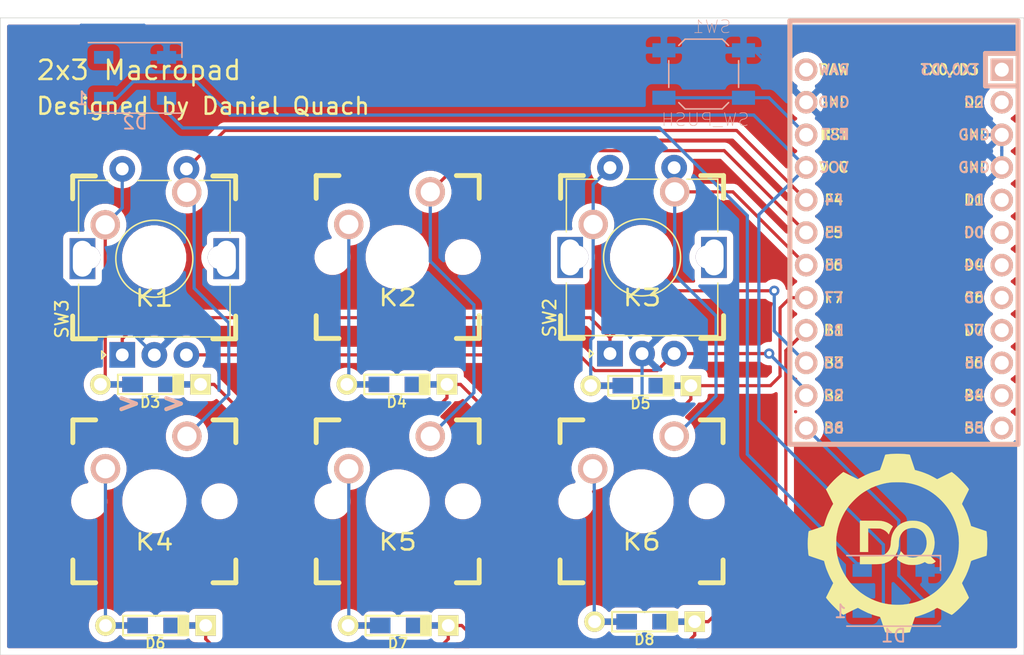
<source format=kicad_pcb>
(kicad_pcb (version 20171130) (host pcbnew "(5.1.5)-3")
  (layers (0 F.Cu signal) (31 B.Cu signal) (34 B.Paste user) (35 F.Paste user) (36 B.SilkS user) (37 F.SilkS user) (38 B.Mask user) (39 F.Mask user) (44 Edge.Cuts user))
  (net 0 "")
  (net 1 VCC)
  (net 2 "Net-(D1-Pad2)")
  (net 3 "Net-(D1-Pad4)")
  (net 4 GND)
  (net 5 "Net-(D2-Pad2)")
  (net 6 "Net-(D3-Pad2)")
  (net 7 row0)
  (net 8 row1)
  (net 9 "Net-(D4-Pad2)")
  (net 10 "Net-(D5-Pad2)")
  (net 11 "Net-(D6-Pad2)")
  (net 12 "Net-(D7-Pad2)")
  (net 13 "Net-(D8-Pad2)")
  (net 14 col0)
  (net 15 col1)
  (net 16 col2)
  (net 17 "Net-(SW1-Pad2)")
  (net 18 B1)
  (net 19 A1)
  (net 20 "Net-(U1-Pad1)")
  (net 21 "Net-(U1-Pad2)")
  (net 22 "Net-(U1-Pad5)")
  (net 23 "Net-(U1-Pad6)")
  (net 24 "Net-(U1-Pad7)")
  (net 25 "Net-(U1-Pad8)")
  (net 26 "Net-(U1-Pad9)")
  (net 27 "Net-(U1-Pad10)")
  (net 28 "Net-(U1-Pad11)")
  (net 29 "Net-(U1-Pad12)")
  (net 30 "Net-(U1-Pad24)")
  (module Button_Switch_SMD:SW_SPST_SKQG_WithoutStem (layer B.Cu) (at 113.3 119.4 180)
    (fp_text reference SW1 (at -0.63596 3.68852) (layer B.SilkS) (effects (font (size 1.0015 1.0015) (thickness 0.05)) (justify mirror)))
    (fp_text value SW_PUSH (at -0.12701 -3.55627) (layer B.SilkS) (effects (font (size 1.00008 1.00008) (thickness 0.05)) (justify mirror)))
    (pad 2 smd rect (at 3.1 -1.85 180) (size 1.8 1.1) (layers B.Cu B.Paste B.Mask) (net 17 "Net-(SW1-Pad2)"))
    (pad 2 smd rect (at -3.1 -1.85 180) (size 1.8 1.1) (layers B.Cu B.Paste B.Mask) (net 17 "Net-(SW1-Pad2)"))
    (pad 1 smd rect (at 3.1 1.85 180) (size 1.8 1.1) (layers B.Cu B.Paste B.Mask) (net 4 GND))
    (pad 1 smd rect (at -3.1 1.85 180) (size 1.8 1.1) (layers B.Cu B.Paste B.Mask) (net 4 GND))
  )
  (module prints:dq_logo_14x14mm (layer F.Cu) (at 128.4 156)
    (fp_text reference G*** hide)
    (fp_text value LOGO hide)
  )
  (module Rotary_Encoder:RotaryEncoder_Alps_EC11E-Switch_Vertical_H20mm (layer F.Cu) (at 68 141.3 90)
    (fp_text reference SW3 (at 2.8 -4.7 90) (layer F.SilkS))
    (fp_text value Rotary_Encoder_Switch)
    (pad A thru_hole rect (at 0 0 90) (size 2 2) (drill 1) (layers *.Cu *.Mask) (net 19 A1))
    (pad C thru_hole circle (at 0 2.5 90) (size 2 2) (drill 1) (layers *.Cu *.Mask) (net 4 GND))
    (pad B thru_hole circle (at 0 5 90) (size 2 2) (drill 1) (layers *.Cu *.Mask) (net 18 B1))
    (pad MP thru_hole rect (at 7.5 -3.1 90) (size 3.2 2) (drill oval 2.8 1.5) (layers *.Cu *.Mask))
    (pad MP thru_hole rect (at 7.5 8.1 90) (size 3.2 2) (drill oval 2.8 1.5) (layers *.Cu *.Mask))
    (pad S2 thru_hole circle (at 14.5 0 90) (size 2 2) (drill 1) (layers *.Cu *.Mask) (net 6 "Net-(D3-Pad2)"))
    (pad S1 thru_hole circle (at 14.5 5 90) (size 2 2) (drill 1) (layers *.Cu *.Mask) (net 14 col0))
  )
  (module LED_SMD:LED_WS2812B_PLCC4_5.0x5.0mm_P3.2mm (layer B.Cu) (at 128.1 159.7)
    (fp_text reference D1 (at 0 3.5) (layer B.SilkS) (effects (justify mirror)))
    (fp_text value WS2812B)
    (fp_text user 1 (at -4.15 1.6) (layer B.SilkS) (effects (justify mirror)))
    (pad 1 smd rect (at -2.45 1.6) (size 1.5 1) (layers B.Cu B.Paste B.Mask) (net 1 VCC))
    (pad 2 smd rect (at -2.45 -1.6) (size 1.5 1) (layers B.Cu B.Paste B.Mask) (net 2 "Net-(D1-Pad2)"))
    (pad 4 smd rect (at 2.45 1.6) (size 1.5 1) (layers B.Cu B.Paste B.Mask) (net 3 "Net-(D1-Pad4)"))
    (pad 3 smd rect (at 2.45 -1.6) (size 1.5 1) (layers B.Cu B.Paste B.Mask) (net 4 GND))
  )
  (module LED_SMD:LED_WS2812B_PLCC4_5.0x5.0mm_P3.2mm (layer B.Cu) (at 69 119.7)
    (fp_text reference D2 (at 0 3.5) (layer B.SilkS) (effects (justify mirror)))
    (fp_text value WS2812B)
    (fp_text user 1 (at -4.15 1.6) (layer B.SilkS) (effects (justify mirror)))
    (pad 3 smd rect (at 2.45 -1.6) (size 1.5 1) (layers B.Cu B.Paste B.Mask) (net 4 GND))
    (pad 4 smd rect (at 2.45 1.6) (size 1.5 1) (layers B.Cu B.Paste B.Mask) (net 2 "Net-(D1-Pad2)"))
    (pad 2 smd rect (at -2.45 -1.6) (size 1.5 1) (layers B.Cu B.Paste B.Mask) (net 5 "Net-(D2-Pad2)"))
    (pad 1 smd rect (at -2.45 1.6) (size 1.5 1) (layers B.Cu B.Paste B.Mask) (net 1 VCC))
  )
  (module Keebio-Parts:Diode-dual (layer F.Cu) (at 70.2 143.6)
    (fp_text reference D3 (at -0.0254 1.4) (layer F.SilkS) (effects (font (size 0.8 0.8))))
    (fp_text value D_Small hide)
    (pad 2 smd rect (at -2.5 0) (size 2.9 0.5) (layers B.Cu) (net 6 "Net-(D3-Pad2)"))
    (pad 2 smd rect (at -1.4 0) (size 1.6 1.2) (layers B.Cu B.Paste B.Mask) (net 6 "Net-(D3-Pad2)"))
    (pad 1 smd rect (at 1.4 0) (size 1.6 1.2) (layers B.Cu B.Paste B.Mask) (net 7 row0))
    (pad 1 smd rect (at 2.5 0) (size 2.9 0.5) (layers B.Cu) (net 7 row0))
    (pad 1 smd rect (at 1.4 0) (size 1.6 1.2) (layers F.Cu F.Paste F.Mask) (net 7 row0))
    (pad 2 smd rect (at -1.4 0) (size 1.6 1.2) (layers F.Cu F.Paste F.Mask) (net 6 "Net-(D3-Pad2)"))
    (pad 2 thru_hole circle (at -3.9 0) (size 1.6 1.6) (drill 1) (layers *.Cu *.Mask F.SilkS) (net 6 "Net-(D3-Pad2)"))
    (pad 1 thru_hole rect (at 3.9 0) (size 1.6 1.6) (drill 1) (layers *.Cu *.Mask F.SilkS) (net 7 row0))
    (pad 2 smd rect (at -2.5 0) (size 2.9 0.5) (layers F.Cu) (net 6 "Net-(D3-Pad2)"))
    (pad 1 smd rect (at 2.5 0) (size 2.9 0.5) (layers F.Cu) (net 7 row0))
  )
  (module Keebio-Parts:Diode-dual (layer F.Cu) (at 70.6 162.4)
    (fp_text reference D6 (at -0.0254 1.4) (layer F.SilkS) (effects (font (size 0.8 0.8))))
    (fp_text value D_Small hide)
    (pad 1 smd rect (at 2.5 0) (size 2.9 0.5) (layers F.Cu) (net 8 row1))
    (pad 2 smd rect (at -2.5 0) (size 2.9 0.5) (layers F.Cu) (net 11 "Net-(D6-Pad2)"))
    (pad 1 thru_hole rect (at 3.9 0) (size 1.6 1.6) (drill 1) (layers *.Cu *.Mask F.SilkS) (net 8 row1))
    (pad 2 thru_hole circle (at -3.9 0) (size 1.6 1.6) (drill 1) (layers *.Cu *.Mask F.SilkS) (net 11 "Net-(D6-Pad2)"))
    (pad 2 smd rect (at -1.4 0) (size 1.6 1.2) (layers F.Cu F.Paste F.Mask) (net 11 "Net-(D6-Pad2)"))
    (pad 1 smd rect (at 1.4 0) (size 1.6 1.2) (layers F.Cu F.Paste F.Mask) (net 8 row1))
    (pad 1 smd rect (at 2.5 0) (size 2.9 0.5) (layers B.Cu) (net 8 row1))
    (pad 1 smd rect (at 1.4 0) (size 1.6 1.2) (layers B.Cu B.Paste B.Mask) (net 8 row1))
    (pad 2 smd rect (at -1.4 0) (size 1.6 1.2) (layers B.Cu B.Paste B.Mask) (net 11 "Net-(D6-Pad2)"))
    (pad 2 smd rect (at -2.5 0) (size 2.9 0.5) (layers B.Cu) (net 11 "Net-(D6-Pad2)"))
  )
  (module Keebio-Parts:Diode-dual (layer F.Cu) (at 89.4 143.6)
    (fp_text reference D4 (at -0.0254 1.4) (layer F.SilkS) (effects (font (size 0.8 0.8))))
    (fp_text value D_Small hide)
    (pad 2 smd rect (at -2.5 0) (size 2.9 0.5) (layers B.Cu) (net 9 "Net-(D4-Pad2)"))
    (pad 2 smd rect (at -1.4 0) (size 1.6 1.2) (layers B.Cu B.Paste B.Mask) (net 9 "Net-(D4-Pad2)"))
    (pad 1 smd rect (at 1.4 0) (size 1.6 1.2) (layers B.Cu B.Paste B.Mask) (net 7 row0))
    (pad 1 smd rect (at 2.5 0) (size 2.9 0.5) (layers B.Cu) (net 7 row0))
    (pad 1 smd rect (at 1.4 0) (size 1.6 1.2) (layers F.Cu F.Paste F.Mask) (net 7 row0))
    (pad 2 smd rect (at -1.4 0) (size 1.6 1.2) (layers F.Cu F.Paste F.Mask) (net 9 "Net-(D4-Pad2)"))
    (pad 2 thru_hole circle (at -3.9 0) (size 1.6 1.6) (drill 1) (layers *.Cu *.Mask F.SilkS) (net 9 "Net-(D4-Pad2)"))
    (pad 1 thru_hole rect (at 3.9 0) (size 1.6 1.6) (drill 1) (layers *.Cu *.Mask F.SilkS) (net 7 row0))
    (pad 2 smd rect (at -2.5 0) (size 2.9 0.5) (layers F.Cu) (net 9 "Net-(D4-Pad2)"))
    (pad 1 smd rect (at 2.5 0) (size 2.9 0.5) (layers F.Cu) (net 7 row0))
  )
  (module Keebio-Parts:Diode-dual (layer F.Cu) (at 89.5 162.4)
    (fp_text reference D7 (at -0.0254 1.4) (layer F.SilkS) (effects (font (size 0.8 0.8))))
    (fp_text value D_Small hide)
    (pad 1 smd rect (at 2.5 0) (size 2.9 0.5) (layers F.Cu) (net 8 row1))
    (pad 2 smd rect (at -2.5 0) (size 2.9 0.5) (layers F.Cu) (net 12 "Net-(D7-Pad2)"))
    (pad 1 thru_hole rect (at 3.9 0) (size 1.6 1.6) (drill 1) (layers *.Cu *.Mask F.SilkS) (net 8 row1))
    (pad 2 thru_hole circle (at -3.9 0) (size 1.6 1.6) (drill 1) (layers *.Cu *.Mask F.SilkS) (net 12 "Net-(D7-Pad2)"))
    (pad 2 smd rect (at -1.4 0) (size 1.6 1.2) (layers F.Cu F.Paste F.Mask) (net 12 "Net-(D7-Pad2)"))
    (pad 1 smd rect (at 1.4 0) (size 1.6 1.2) (layers F.Cu F.Paste F.Mask) (net 8 row1))
    (pad 1 smd rect (at 2.5 0) (size 2.9 0.5) (layers B.Cu) (net 8 row1))
    (pad 1 smd rect (at 1.4 0) (size 1.6 1.2) (layers B.Cu B.Paste B.Mask) (net 8 row1))
    (pad 2 smd rect (at -1.4 0) (size 1.6 1.2) (layers B.Cu B.Paste B.Mask) (net 12 "Net-(D7-Pad2)"))
    (pad 2 smd rect (at -2.5 0) (size 2.9 0.5) (layers B.Cu) (net 12 "Net-(D7-Pad2)"))
  )
  (module Keebio-Parts:Diode-dual (layer F.Cu) (at 108.4 143.7)
    (fp_text reference D5 (at -0.0254 1.4) (layer F.SilkS) (effects (font (size 0.8 0.8))))
    (fp_text value D_Small hide)
    (pad 2 smd rect (at -2.5 0) (size 2.9 0.5) (layers B.Cu) (net 10 "Net-(D5-Pad2)"))
    (pad 2 smd rect (at -1.4 0) (size 1.6 1.2) (layers B.Cu B.Paste B.Mask) (net 10 "Net-(D5-Pad2)"))
    (pad 1 smd rect (at 1.4 0) (size 1.6 1.2) (layers B.Cu B.Paste B.Mask) (net 7 row0))
    (pad 1 smd rect (at 2.5 0) (size 2.9 0.5) (layers B.Cu) (net 7 row0))
    (pad 1 smd rect (at 1.4 0) (size 1.6 1.2) (layers F.Cu F.Paste F.Mask) (net 7 row0))
    (pad 2 smd rect (at -1.4 0) (size 1.6 1.2) (layers F.Cu F.Paste F.Mask) (net 10 "Net-(D5-Pad2)"))
    (pad 2 thru_hole circle (at -3.9 0) (size 1.6 1.6) (drill 1) (layers *.Cu *.Mask F.SilkS) (net 10 "Net-(D5-Pad2)"))
    (pad 1 thru_hole rect (at 3.9 0) (size 1.6 1.6) (drill 1) (layers *.Cu *.Mask F.SilkS) (net 7 row0))
    (pad 2 smd rect (at -2.5 0) (size 2.9 0.5) (layers F.Cu) (net 10 "Net-(D5-Pad2)"))
    (pad 1 smd rect (at 2.5 0) (size 2.9 0.5) (layers F.Cu) (net 7 row0))
  )
  (module Keebio-Parts:Diode-dual (layer F.Cu) (at 108.7 162.1)
    (fp_text reference D8 (at -0.0254 1.4) (layer F.SilkS) (effects (font (size 0.8 0.8))))
    (fp_text value D_Small hide)
    (pad 1 smd rect (at 2.5 0) (size 2.9 0.5) (layers F.Cu) (net 8 row1))
    (pad 2 smd rect (at -2.5 0) (size 2.9 0.5) (layers F.Cu) (net 13 "Net-(D8-Pad2)"))
    (pad 1 thru_hole rect (at 3.9 0) (size 1.6 1.6) (drill 1) (layers *.Cu *.Mask F.SilkS) (net 8 row1))
    (pad 2 thru_hole circle (at -3.9 0) (size 1.6 1.6) (drill 1) (layers *.Cu *.Mask F.SilkS) (net 13 "Net-(D8-Pad2)"))
    (pad 2 smd rect (at -1.4 0) (size 1.6 1.2) (layers F.Cu F.Paste F.Mask) (net 13 "Net-(D8-Pad2)"))
    (pad 1 smd rect (at 1.4 0) (size 1.6 1.2) (layers F.Cu F.Paste F.Mask) (net 8 row1))
    (pad 1 smd rect (at 2.5 0) (size 2.9 0.5) (layers B.Cu) (net 8 row1))
    (pad 1 smd rect (at 1.4 0) (size 1.6 1.2) (layers B.Cu B.Paste B.Mask) (net 8 row1))
    (pad 2 smd rect (at -1.4 0) (size 1.6 1.2) (layers B.Cu B.Paste B.Mask) (net 13 "Net-(D8-Pad2)"))
    (pad 2 smd rect (at -2.5 0) (size 2.9 0.5) (layers B.Cu) (net 13 "Net-(D8-Pad2)"))
  )
  (module Keebio-Parts:MX_PCB_100H (layer F.Cu) (at 70.5 152.7175)
    (fp_text reference K4 (at 0 3.175) (layer F.SilkS) (effects (font (size 1.27 1.524) (thickness 0.2032))))
    (fp_text value KEYSW hide)
    (pad 1 thru_hole circle (at 2.54 -5.08) (size 2.286 2.286) (drill 1.4986) (layers *.Cu *.SilkS *.Mask) (net 14 col0))
    (pad 2 thru_hole circle (at -3.81 -2.54) (size 2.286 2.286) (drill 1.4986) (layers *.Cu *.SilkS *.Mask) (net 11 "Net-(D6-Pad2)"))
    (pad "" np_thru_hole circle (at 0 0) (size 3.9878 3.9878) (drill 3.9878) (layers *.Cu *.Mask))
    (pad "" np_thru_hole circle (at -5.08 0) (size 1.8 1.8) (drill 1.8) (layers *.Cu *.Mask))
    (pad "" np_thru_hole circle (at 5.08 0) (size 1.8 1.8) (drill 1.8) (layers *.Cu *.Mask))
  )
  (module Keebio-Parts:MX_PCB_100H (layer F.Cu) (at 89.46 133.6675)
    (fp_text reference K2 (at 0 3.175) (layer F.SilkS) (effects (font (size 1.27 1.524) (thickness 0.2032))))
    (fp_text value KEYSW hide)
    (pad "" np_thru_hole circle (at 5.08 0) (size 1.8 1.8) (drill 1.8) (layers *.Cu *.Mask))
    (pad "" np_thru_hole circle (at -5.08 0) (size 1.8 1.8) (drill 1.8) (layers *.Cu *.Mask))
    (pad "" np_thru_hole circle (at 0 0) (size 3.9878 3.9878) (drill 3.9878) (layers *.Cu *.Mask))
    (pad 2 thru_hole circle (at -3.81 -2.54) (size 2.286 2.286) (drill 1.4986) (layers *.Cu *.SilkS *.Mask) (net 9 "Net-(D4-Pad2)"))
    (pad 1 thru_hole circle (at 2.54 -5.08) (size 2.286 2.286) (drill 1.4986) (layers *.Cu *.SilkS *.Mask) (net 15 col1))
  )
  (module Keebio-Parts:MX_PCB_100H (layer F.Cu) (at 89.46 152.7175)
    (fp_text reference K5 (at 0 3.175) (layer F.SilkS) (effects (font (size 1.27 1.524) (thickness 0.2032))))
    (fp_text value KEYSW hide)
    (pad "" np_thru_hole circle (at 5.08 0) (size 1.8 1.8) (drill 1.8) (layers *.Cu *.Mask))
    (pad "" np_thru_hole circle (at -5.08 0) (size 1.8 1.8) (drill 1.8) (layers *.Cu *.Mask))
    (pad "" np_thru_hole circle (at 0 0) (size 3.9878 3.9878) (drill 3.9878) (layers *.Cu *.Mask))
    (pad 2 thru_hole circle (at -3.81 -2.54) (size 2.286 2.286) (drill 1.4986) (layers *.Cu *.SilkS *.Mask) (net 12 "Net-(D7-Pad2)"))
    (pad 1 thru_hole circle (at 2.54 -5.08) (size 2.286 2.286) (drill 1.4986) (layers *.Cu *.SilkS *.Mask) (net 15 col1))
  )
  (module Keebio-Parts:MX_PCB_100H (layer F.Cu) (at 108.5 133.6675)
    (fp_text reference K3 (at 0 3.175) (layer F.SilkS) (effects (font (size 1.27 1.524) (thickness 0.2032))))
    (fp_text value KEYSW hide)
    (pad "" thru_hole circle (at 5.08 0) (size 1.8 1.8) (drill 1.8) (layers *.Cu *.Mask))
    (pad "" thru_hole circle (at -5.08 0) (size 1.8 1.8) (drill 1.8) (layers *.Cu *.Mask))
    (pad "" np_thru_hole circle (at 0 0) (size 3.9878 3.9878) (drill 3.9878) (layers *.Cu *.Mask))
    (pad 2 thru_hole circle (at -3.81 -2.54) (size 2.286 2.286) (drill 1.4986) (layers *.Cu *.SilkS *.Mask) (net 10 "Net-(D5-Pad2)"))
    (pad 1 thru_hole circle (at 2.54 -5.08) (size 2.286 2.286) (drill 1.4986) (layers *.Cu *.SilkS *.Mask) (net 16 col2))
  )
  (module Keebio-Parts:MX_PCB_100H (layer F.Cu) (at 108.46 152.7175)
    (fp_text reference K6 (at 0 3.175) (layer F.SilkS) (effects (font (size 1.27 1.524) (thickness 0.2032))))
    (fp_text value KEYSW hide)
    (pad 1 thru_hole circle (at 2.54 -5.08) (size 2.286 2.286) (drill 1.4986) (layers *.Cu *.SilkS *.Mask) (net 16 col2))
    (pad 2 thru_hole circle (at -3.81 -2.54) (size 2.286 2.286) (drill 1.4986) (layers *.Cu *.SilkS *.Mask) (net 13 "Net-(D8-Pad2)"))
    (pad "" np_thru_hole circle (at 0 0) (size 3.9878 3.9878) (drill 3.9878) (layers *.Cu *.Mask))
    (pad "" np_thru_hole circle (at -5.08 0) (size 1.8 1.8) (drill 1.8) (layers *.Cu *.Mask))
    (pad "" np_thru_hole circle (at 5.08 0) (size 1.8 1.8) (drill 1.8) (layers *.Cu *.Mask))
  )
  (module Keebio-Parts:MX_PCB_100H (layer F.Cu) (at 70.485 133.7)
    (fp_text reference K1 (at 0 3.175) (layer F.SilkS) (effects (font (size 1.27 1.524) (thickness 0.2032))))
    (fp_text value KEYSW hide)
    (pad 1 thru_hole circle (at 2.54 -5.08) (size 2.286 2.286) (drill 1.4986) (layers *.Cu *.SilkS *.Mask) (net 14 col0))
    (pad 2 thru_hole circle (at -3.81 -2.54) (size 2.286 2.286) (drill 1.4986) (layers *.Cu *.SilkS *.Mask) (net 6 "Net-(D3-Pad2)"))
    (pad "" np_thru_hole circle (at 0 0) (size 3.9878 3.9878) (drill 3.9878) (layers *.Cu *.Mask))
    (pad "" thru_hole circle (at -5.08 0) (size 1.8 1.8) (drill 1.8) (layers *.Cu *.Mask))
    (pad "" thru_hole circle (at 5.08 0) (size 1.8 1.8) (drill 1.8) (layers *.Cu *.Mask))
  )
  (module Rotary_Encoder:RotaryEncoder_Alps_EC11E-Switch_Vertical_H20mm (layer F.Cu) (at 106 141.2 90)
    (fp_text reference SW2 (at 2.8 -4.7 90) (layer F.SilkS))
    (fp_text value Rotary_Encoder_Switch)
    (pad S1 thru_hole circle (at 14.5 5 90) (size 2 2) (drill 1) (layers *.Cu *.Mask) (net 16 col2))
    (pad S2 thru_hole circle (at 14.5 0 90) (size 2 2) (drill 1) (layers *.Cu *.Mask) (net 10 "Net-(D5-Pad2)"))
    (pad MP thru_hole rect (at 7.5 8.1 90) (size 3.2 2) (drill oval 2.8 1.5) (layers *.Cu *.Mask))
    (pad MP thru_hole rect (at 7.5 -3.1 90) (size 3.2 2) (drill oval 2.8 1.5) (layers *.Cu *.Mask))
    (pad B thru_hole circle (at 0 5 90) (size 2 2) (drill 1) (layers *.Cu *.Mask) (net 18 B1))
    (pad C thru_hole circle (at 0 2.5 90) (size 2 2) (drill 1) (layers *.Cu *.Mask) (net 4 GND))
    (pad A thru_hole rect (at 0 0 90) (size 2 2) (drill 1) (layers *.Cu *.Mask) (net 19 A1))
  )
  (module Keebio-Parts:ArduinoProMicro (layer B.Cu) (at 128.905 133.0325 270)
    (fp_text reference U1 hide)
    (fp_text value ProMicro hide)
    (fp_text user D2 (at -11.43 -5.461) (layer F.SilkS) (effects (font (size 0.8 0.8))))
    (fp_text user D0 (at -1.27 -5.461) (layer F.SilkS) (effects (font (size 0.8 0.8))))
    (fp_text user D1 (at -3.81 -5.461) (layer F.SilkS) (effects (font (size 0.8 0.8))))
    (fp_text user GND (at -6.35 -5.461) (layer F.SilkS) (effects (font (size 0.8 0.8))))
    (fp_text user GND (at -8.89 -5.461) (layer F.SilkS) (effects (font (size 0.8 0.8))))
    (fp_text user D4 (at 1.27 -5.461) (layer F.SilkS) (effects (font (size 0.8 0.8))))
    (fp_text user C6 (at 3.81 -5.461) (layer F.SilkS) (effects (font (size 0.8 0.8))))
    (fp_text user D7 (at 6.35 -5.461) (layer F.SilkS) (effects (font (size 0.8 0.8))))
    (fp_text user E6 (at 8.89 -5.461) (layer F.SilkS) (effects (font (size 0.8 0.8))))
    (fp_text user B4 (at 11.43 -5.461) (layer F.SilkS) (effects (font (size 0.8 0.8))))
    (fp_text user B5 (at 13.97 -5.461) (layer F.SilkS) (effects (font (size 0.8 0.8))))
    (fp_text user B6 (at 13.97 5.461) (layer F.SilkS) (effects (font (size 0.8 0.8))))
    (fp_text user B2 (at 11.43 5.461) (layer B.SilkS) (effects (font (size 0.8 0.8)) (justify mirror)))
    (fp_text user B3 (at 8.89 5.461) (layer F.SilkS) (effects (font (size 0.8 0.8))))
    (fp_text user B1 (at 6.35 5.461) (layer F.SilkS) (effects (font (size 0.8 0.8))))
    (fp_text user F7 (at 3.81 5.461) (layer B.SilkS) (effects (font (size 0.8 0.8)) (justify mirror)))
    (fp_text user F6 (at 1.27 5.461) (layer B.SilkS) (effects (font (size 0.8 0.8)) (justify mirror)))
    (fp_text user F5 (at -1.27 5.461) (layer B.SilkS) (effects (font (size 0.8 0.8)) (justify mirror)))
    (fp_text user F4 (at -3.81 5.461) (layer F.SilkS) (effects (font (size 0.8 0.8))))
    (fp_text user VCC (at -6.35 5.461) (layer F.SilkS) (effects (font (size 0.8 0.8))))
    (fp_text user GND (at -11.43 5.461) (layer F.SilkS) (effects (font (size 0.8 0.8))))
    (fp_text user RAW (at -13.97 5.461) (layer F.SilkS) (effects (font (size 0.8 0.8))))
    (fp_text user RAW (at -13.97 5.461) (layer B.SilkS) (effects (font (size 0.8 0.8)) (justify mirror)))
    (fp_text user GND (at -11.43 5.461) (layer B.SilkS) (effects (font (size 0.8 0.8)) (justify mirror)))
    (fp_text user ST (at -8.92 5.73312) (layer B.SilkS) (effects (font (size 0.8 0.8)) (justify mirror)))
    (fp_text user VCC (at -6.35 5.461) (layer B.SilkS) (effects (font (size 0.8 0.8)) (justify mirror)))
    (fp_text user F4 (at -3.81 5.461) (layer B.SilkS) (effects (font (size 0.8 0.8)) (justify mirror)))
    (fp_text user F5 (at -1.27 5.461) (layer F.SilkS) (effects (font (size 0.8 0.8))))
    (fp_text user F6 (at 1.27 5.461) (layer F.SilkS) (effects (font (size 0.8 0.8))))
    (fp_text user F7 (at 3.81 5.461) (layer F.SilkS) (effects (font (size 0.8 0.8))))
    (fp_text user B1 (at 6.35 5.461) (layer B.SilkS) (effects (font (size 0.8 0.8)) (justify mirror)))
    (fp_text user B3 (at 8.89 5.461) (layer B.SilkS) (effects (font (size 0.8 0.8)) (justify mirror)))
    (fp_text user B2 (at 11.43 5.461) (layer F.SilkS) (effects (font (size 0.8 0.8))))
    (fp_text user B6 (at 13.97 5.461) (layer B.SilkS) (effects (font (size 0.8 0.8)) (justify mirror)))
    (fp_text user B5 (at 13.97 -5.461) (layer B.SilkS) (effects (font (size 0.8 0.8)) (justify mirror)))
    (fp_text user B4 (at 11.43 -5.461) (layer B.SilkS) (effects (font (size 0.8 0.8)) (justify mirror)))
    (fp_text user E6 (at 8.89 -5.461) (layer B.SilkS) (effects (font (size 0.8 0.8)) (justify mirror)))
    (fp_text user D7 (at 6.35 -5.461) (layer B.SilkS) (effects (font (size 0.8 0.8)) (justify mirror)))
    (fp_text user C6 (at 3.81 -5.461) (layer B.SilkS) (effects (font (size 0.8 0.8)) (justify mirror)))
    (fp_text user D4 (at 1.27 -5.461) (layer B.SilkS) (effects (font (size 0.8 0.8)) (justify mirror)))
    (fp_text user GND (at -8.89 -5.461) (layer B.SilkS) (effects (font (size 0.8 0.8)) (justify mirror)))
    (fp_text user GND (at -6.35 -5.461) (layer B.SilkS) (effects (font (size 0.8 0.8)) (justify mirror)))
    (fp_text user D1 (at -3.81 -5.461) (layer B.SilkS) (effects (font (size 0.8 0.8)) (justify mirror)))
    (fp_text user D0 (at -1.27 -5.461) (layer B.SilkS) (effects (font (size 0.8 0.8)) (justify mirror)))
    (fp_text user D2 (at -11.43 -5.461) (layer B.SilkS) (effects (font (size 0.8 0.8)) (justify mirror)))
    (fp_text user TX0/D3 (at -13.97 -3.571872) (layer F.SilkS) (effects (font (size 0.8 0.8))))
    (fp_text user TX0/D3 (at -13.97 -3.571872) (layer B.SilkS) (effects (font (size 0.8 0.8)) (justify mirror)))
    (fp_text user ST (at -8.91 5.04) (layer F.SilkS) (effects (font (size 0.8 0.8))))
    (pad 1 thru_hole rect (at -13.97 -7.62 270) (size 1.7526 1.7526) (drill 1.0922) (layers *.Cu *.SilkS *.Mask) (net 20 "Net-(U1-Pad1)"))
    (pad 2 thru_hole circle (at -11.43 -7.62 270) (size 1.7526 1.7526) (drill 1.0922) (layers *.Cu *.SilkS *.Mask) (net 21 "Net-(U1-Pad2)"))
    (pad 3 thru_hole circle (at -8.89 -7.62 270) (size 1.7526 1.7526) (drill 1.0922) (layers *.Cu *.SilkS *.Mask) (net 4 GND))
    (pad 4 thru_hole circle (at -6.35 -7.62 270) (size 1.7526 1.7526) (drill 1.0922) (layers *.Cu *.SilkS *.Mask) (net 4 GND))
    (pad 5 thru_hole circle (at -3.81 -7.62 270) (size 1.7526 1.7526) (drill 1.0922) (layers *.Cu *.SilkS *.Mask) (net 22 "Net-(U1-Pad5)"))
    (pad 6 thru_hole circle (at -1.27 -7.62 270) (size 1.7526 1.7526) (drill 1.0922) (layers *.Cu *.SilkS *.Mask) (net 23 "Net-(U1-Pad6)"))
    (pad 7 thru_hole circle (at 1.27 -7.62 270) (size 1.7526 1.7526) (drill 1.0922) (layers *.Cu *.SilkS *.Mask) (net 24 "Net-(U1-Pad7)"))
    (pad 8 thru_hole circle (at 3.81 -7.62 270) (size 1.7526 1.7526) (drill 1.0922) (layers *.Cu *.SilkS *.Mask) (net 25 "Net-(U1-Pad8)"))
    (pad 9 thru_hole circle (at 6.35 -7.62 270) (size 1.7526 1.7526) (drill 1.0922) (layers *.Cu *.SilkS *.Mask) (net 26 "Net-(U1-Pad9)"))
    (pad 10 thru_hole circle (at 8.89 -7.62 270) (size 1.7526 1.7526) (drill 1.0922) (layers *.Cu *.SilkS *.Mask) (net 27 "Net-(U1-Pad10)"))
    (pad 11 thru_hole circle (at 11.43 -7.62 270) (size 1.7526 1.7526) (drill 1.0922) (layers *.Cu *.SilkS *.Mask) (net 28 "Net-(U1-Pad11)"))
    (pad 13 thru_hole circle (at 13.97 7.62 270) (size 1.7526 1.7526) (drill 1.0922) (layers *.Cu *.SilkS *.Mask) (net 3 "Net-(D1-Pad4)"))
    (pad 14 thru_hole circle (at 11.43 7.62 270) (size 1.7526 1.7526) (drill 1.0922) (layers *.Cu *.SilkS *.Mask) (net 18 B1))
    (pad 15 thru_hole circle (at 8.89 7.62 270) (size 1.7526 1.7526) (drill 1.0922) (layers *.Cu *.SilkS *.Mask) (net 19 A1))
    (pad 16 thru_hole circle (at 6.35 7.62 270) (size 1.7526 1.7526) (drill 1.0922) (layers *.Cu *.SilkS *.Mask) (net 8 row1))
    (pad 17 thru_hole circle (at 3.81 7.62 270) (size 1.7526 1.7526) (drill 1.0922) (layers *.Cu *.SilkS *.Mask) (net 7 row0))
    (pad 18 thru_hole circle (at 1.27 7.62 270) (size 1.7526 1.7526) (drill 1.0922) (layers *.Cu *.SilkS *.Mask) (net 16 col2))
    (pad 19 thru_hole circle (at -1.27 7.62 270) (size 1.7526 1.7526) (drill 1.0922) (layers *.Cu *.SilkS *.Mask) (net 15 col1))
    (pad 20 thru_hole circle (at -3.81 7.62 270) (size 1.7526 1.7526) (drill 1.0922) (layers *.Cu *.SilkS *.Mask) (net 14 col0))
    (pad 21 thru_hole circle (at -6.35 7.62 270) (size 1.7526 1.7526) (drill 1.0922) (layers *.Cu *.SilkS *.Mask) (net 1 VCC))
    (pad 22 thru_hole circle (at -8.89 7.62 270) (size 1.7526 1.7526) (drill 1.0922) (layers *.Cu *.SilkS *.Mask) (net 17 "Net-(SW1-Pad2)"))
    (pad 23 thru_hole circle (at -11.43 7.62 270) (size 1.7526 1.7526) (drill 1.0922) (layers *.Cu *.SilkS *.Mask) (net 4 GND))
    (pad 12 thru_hole circle (at 13.97 -7.62 270) (size 1.7526 1.7526) (drill 1.0922) (layers *.Cu *.SilkS *.Mask) (net 29 "Net-(U1-Pad12)"))
    (pad 24 thru_hole circle (at -13.97 7.62 270) (size 1.7526 1.7526) (drill 1.0922) (layers *.Cu *.SilkS *.Mask) (net 30 "Net-(U1-Pad24)"))
  )
  (gr_text "Designed by Daniel Quach" (at 74.3 121.9) (layer F.SilkS) (effects (font (size 1.3 1.3) (thickness 0.2))))
  (gr_text "2x3 Macropad" (at 69.3 119.1) (layer F.SilkS) (effects (font (size 1.5 1.5) (thickness 0.2))))
  (gr_text > (at 72 145) (layer F.SilkS) (effects (font (size 1.5 1.5) (thickness 0.3))))
  (gr_text > (at 68.5 145) (layer F.SilkS) (effects (font (size 1.5 1.5) (thickness 0.3))))
  (gr_text > (at 72 145.2 180) (layer B.SilkS) (effects (font (size 1.5 1.5) (thickness 0.3)) (justify mirror)))
  (gr_text > (at 68.5 145.2 180) (layer B.SilkS) (effects (font (size 1.5 1.5) (thickness 0.3)) (justify mirror)))
  (gr_line (start 58.5 115.02) (end 58.5 164.7) (layer Edge.Cuts) (width 0.05))
  (gr_line (start 138.25 115.02) (end 58.5 115.02) (layer Edge.Cuts) (width 0.05))
  (gr_line (start 138.25 164.7) (end 138.25 115.02) (layer Edge.Cuts) (width 0.05))
  (gr_line (start 58.5 164.7) (end 138.25 164.7) (layer Edge.Cuts) (width 0.05))
  (segment (start 67.55 121.3) (end 68.85 120) (width 0.25) (layer B.Cu) (net 1))
  (segment (start 66.55 121.3) (end 67.55 121.3) (width 0.25) (layer B.Cu) (net 1))
  (segment (start 73.8 120) (end 76.4 122.6) (width 0.25) (layer B.Cu) (net 1))
  (segment (start 68.85 120) (end 73.8 120) (width 0.25) (layer B.Cu) (net 1))
  (segment (start 117.2025 122.6) (end 121.285 126.6825) (width 0.25) (layer B.Cu) (net 1))
  (segment (start 76.4 122.6) (end 117.2025 122.6) (width 0.25) (layer B.Cu) (net 1))
  (segment (start 126.7 161.3) (end 125.65 161.3) (width 0.25) (layer B.Cu) (net 1))
  (segment (start 117.6 130.3675) (end 117.6 146.4) (width 0.25) (layer B.Cu) (net 1))
  (segment (start 127.3 160.7) (end 126.7 161.3) (width 0.25) (layer B.Cu) (net 1))
  (segment (start 121.285 126.6825) (end 117.6 130.3675) (width 0.25) (layer B.Cu) (net 1))
  (segment (start 117.6 146.4) (end 127.3 156.1) (width 0.25) (layer B.Cu) (net 1))
  (segment (start 127.3 156.1) (end 127.3 160.7) (width 0.25) (layer B.Cu) (net 1))
  (segment (start 125.65 157.6) (end 125.2 157.6) (width 0.25) (layer B.Cu) (net 2))
  (segment (start 72.7 123.6) (end 71.45 122.35) (width 0.25) (layer B.Cu) (net 2))
  (segment (start 125.25 157.6) (end 116.7 149.05) (width 0.25) (layer B.Cu) (net 2))
  (segment (start 125.65 157.6) (end 125.25 157.6) (width 0.25) (layer B.Cu) (net 2))
  (segment (start 116.7 149.05) (end 116.7 130.438998) (width 0.25) (layer B.Cu) (net 2))
  (segment (start 71.45 122.35) (end 71.45 121.3) (width 0.25) (layer B.Cu) (net 2))
  (segment (start 116.7 130.438998) (end 109.861002 123.6) (width 0.25) (layer B.Cu) (net 2))
  (segment (start 109.861002 123.6) (end 72.7 123.6) (width 0.25) (layer B.Cu) (net 2))
  (segment (start 130.55 160.55) (end 128.5 158.5) (width 0.25) (layer B.Cu) (net 3))
  (segment (start 130.55 161.3) (end 130.55 160.55) (width 0.25) (layer B.Cu) (net 3))
  (segment (start 128.5 154.2175) (end 121.285 147.0025) (width 0.25) (layer B.Cu) (net 3))
  (segment (start 128.5 158.5) (end 128.5 154.2175) (width 0.25) (layer B.Cu) (net 3))
  (segment (start 130.55 157) (end 130.55 156.25) (width 0.25) (layer B.Cu) (net 4))
  (segment (start 132.6 130.6075) (end 136.525 126.6825) (width 0.25) (layer B.Cu) (net 4))
  (segment (start 132.6 154.2) (end 132.6 130.6075) (width 0.25) (layer B.Cu) (net 4))
  (segment (start 132.2 154.6) (end 132.6 154.2) (width 0.25) (layer B.Cu) (net 4))
  (segment (start 130.55 156.25) (end 132.2 154.6) (width 0.25) (layer B.Cu) (net 4))
  (segment (start 70.5 141.3) (end 66.5 137.3) (width 0.25) (layer B.Cu) (net 4))
  (segment (start 65.214998 137.3) (end 62.5 134.585002) (width 0.25) (layer B.Cu) (net 4))
  (segment (start 66.5 137.3) (end 65.214998 137.3) (width 0.25) (layer B.Cu) (net 4))
  (segment (start 62.5 117.9) (end 64.8 115.6) (width 0.25) (layer B.Cu) (net 4))
  (segment (start 62.5 134.585002) (end 62.5 117.9) (width 0.25) (layer B.Cu) (net 4))
  (segment (start 71.45 117.35) (end 71.45 118.1) (width 0.25) (layer B.Cu) (net 4))
  (segment (start 69.7 115.6) (end 71.45 117.35) (width 0.25) (layer B.Cu) (net 4))
  (segment (start 64.8 115.6) (end 69.7 115.6) (width 0.25) (layer B.Cu) (net 4))
  (segment (start 136.525 125.381775) (end 136.525 126.6825) (width 0.25) (layer B.Cu) (net 4))
  (segment (start 136.525 124.1425) (end 136.525 125.381775) (width 0.25) (layer B.Cu) (net 4))
  (segment (start 123.825 124.1425) (end 121.285 121.6025) (width 0.25) (layer B.Cu) (net 4))
  (segment (start 136.525 124.1425) (end 123.825 124.1425) (width 0.25) (layer B.Cu) (net 4))
  (segment (start 72.45 118.1) (end 74.65 115.9) (width 0.25) (layer B.Cu) (net 4))
  (segment (start 71.45 118.1) (end 72.45 118.1) (width 0.25) (layer B.Cu) (net 4))
  (segment (start 116.5 116.75) (end 116.5 117.5) (width 0.25) (layer B.Cu) (net 4))
  (segment (start 115.65 115.9) (end 116.5 116.75) (width 0.25) (layer B.Cu) (net 4))
  (segment (start 74.65 115.9) (end 115.65 115.9) (width 0.25) (layer B.Cu) (net 4))
  (segment (start 130.55 157) (end 130.55 157.6) (width 0.25) (layer B.Cu) (net 4))
  (segment (start 111.8 151.4) (end 108.5 148.1) (width 0.25) (layer B.Cu) (net 4))
  (segment (start 132.2 161.7) (end 131.1 162.8) (width 0.25) (layer B.Cu) (net 4))
  (segment (start 111.8 153.9) (end 111.8 151.4) (width 0.25) (layer B.Cu) (net 4))
  (segment (start 108.5 148.1) (end 108.5 141.2) (width 0.25) (layer B.Cu) (net 4))
  (segment (start 132.2 154.6) (end 132.2 161.7) (width 0.25) (layer B.Cu) (net 4))
  (segment (start 131.1 162.8) (end 120.7 162.8) (width 0.25) (layer B.Cu) (net 4))
  (segment (start 120.7 162.8) (end 111.8 153.9) (width 0.25) (layer B.Cu) (net 4))
  (segment (start 110.2 117.55) (end 116.4 117.55) (width 0.25) (layer B.Cu) (net 4))
  (segment (start 117.2325 117.55) (end 116.4 117.55) (width 0.25) (layer B.Cu) (net 4))
  (segment (start 121.285 121.6025) (end 117.2325 117.55) (width 0.25) (layer B.Cu) (net 4))
  (segment (start 68 129.835) (end 66.675 131.16) (width 0.25) (layer B.Cu) (net 6))
  (segment (start 68 126.8) (end 68 129.835) (width 0.25) (layer B.Cu) (net 6))
  (segment (start 66.675 143.225) (end 66.3 143.6) (width 0.25) (layer F.Cu) (net 6))
  (segment (start 66.675 131.16) (end 66.675 143.225) (width 0.25) (layer F.Cu) (net 6))
  (segment (start 75.15 143.6) (end 77.05 145.5) (width 0.25) (layer F.Cu) (net 7))
  (segment (start 74.1 143.6) (end 75.15 143.6) (width 0.25) (layer F.Cu) (net 7))
  (segment (start 93.3 144.65) (end 93.3 143.6) (width 0.25) (layer F.Cu) (net 7))
  (segment (start 92.45 145.5) (end 93.3 144.65) (width 0.25) (layer F.Cu) (net 7))
  (segment (start 77.05 145.5) (end 92.45 145.5) (width 0.25) (layer F.Cu) (net 7))
  (segment (start 94.35 143.6) (end 96.35 145.6) (width 0.25) (layer F.Cu) (net 7))
  (segment (start 93.3 143.6) (end 94.35 143.6) (width 0.25) (layer F.Cu) (net 7))
  (segment (start 112.3 144.75) (end 112.3 143.7) (width 0.25) (layer F.Cu) (net 7))
  (segment (start 111.45 145.6) (end 112.3 144.75) (width 0.25) (layer F.Cu) (net 7))
  (segment (start 96.35 145.6) (end 111.45 145.6) (width 0.25) (layer F.Cu) (net 7))
  (segment (start 120.045725 136.8425) (end 119.24999 137.638235) (width 0.25) (layer F.Cu) (net 7))
  (segment (start 121.285 136.8425) (end 120.045725 136.8425) (width 0.25) (layer F.Cu) (net 7))
  (segment (start 119.24999 137.638235) (end 119.24999 142.95001) (width 0.25) (layer F.Cu) (net 7))
  (segment (start 118.5 143.7) (end 112.3 143.7) (width 0.25) (layer F.Cu) (net 7))
  (segment (start 119.24999 142.95001) (end 118.5 143.7) (width 0.25) (layer F.Cu) (net 7))
  (segment (start 94.45 162.4) (end 95.95 163.9) (width 0.25) (layer F.Cu) (net 8))
  (segment (start 93.4 162.4) (end 94.45 162.4) (width 0.25) (layer F.Cu) (net 8))
  (segment (start 112.6 163.15) (end 112.6 162.1) (width 0.25) (layer F.Cu) (net 8))
  (segment (start 111.85 163.9) (end 112.6 163.15) (width 0.25) (layer F.Cu) (net 8))
  (segment (start 95.95 163.9) (end 111.85 163.9) (width 0.25) (layer F.Cu) (net 8))
  (segment (start 121.285 139.3825) (end 119.7 140.9675) (width 0.25) (layer F.Cu) (net 8))
  (segment (start 113.65 162.1) (end 112.6 162.1) (width 0.25) (layer F.Cu) (net 8))
  (segment (start 119.7 156.05) (end 113.65 162.1) (width 0.25) (layer F.Cu) (net 8))
  (segment (start 119.7 140.9675) (end 119.7 156.05) (width 0.25) (layer F.Cu) (net 8))
  (segment (start 93.4 163.45) (end 92.95 163.9) (width 0.25) (layer F.Cu) (net 8))
  (segment (start 93.4 162.4) (end 93.4 163.45) (width 0.25) (layer F.Cu) (net 8))
  (segment (start 74.5 163.45) (end 74.5 162.4) (width 0.25) (layer F.Cu) (net 8))
  (segment (start 74.95 163.9) (end 74.5 163.45) (width 0.25) (layer F.Cu) (net 8))
  (segment (start 92.95 163.9) (end 74.95 163.9) (width 0.25) (layer F.Cu) (net 8))
  (segment (start 85.65 143.45) (end 85.5 143.6) (width 0.25) (layer F.Cu) (net 9))
  (segment (start 85.65 143.45) (end 85.5 143.6) (width 0.25) (layer B.Cu) (net 9))
  (segment (start 85.65 131.1275) (end 85.65 143.45) (width 0.25) (layer B.Cu) (net 9))
  (segment (start 104.69 128.01) (end 104.69 131.1275) (width 0.25) (layer B.Cu) (net 10))
  (segment (start 106 126.7) (end 104.69 128.01) (width 0.25) (layer B.Cu) (net 10))
  (segment (start 104.5 140.114998) (end 104.5 142.56863) (width 0.25) (layer B.Cu) (net 10))
  (segment (start 104.5 142.56863) (end 104.5 143.7) (width 0.25) (layer B.Cu) (net 10))
  (segment (start 104.69 139.924998) (end 104.5 140.114998) (width 0.25) (layer B.Cu) (net 10))
  (segment (start 104.69 131.1275) (end 104.69 139.924998) (width 0.25) (layer B.Cu) (net 10))
  (segment (start 66.69 162.39) (end 66.7 162.4) (width 0.25) (layer B.Cu) (net 11))
  (segment (start 66.69 150.1775) (end 66.69 162.39) (width 0.25) (layer B.Cu) (net 11))
  (segment (start 85.65 162.35) (end 85.6 162.4) (width 0.25) (layer B.Cu) (net 12))
  (segment (start 85.65 150.1775) (end 85.65 162.35) (width 0.25) (layer B.Cu) (net 12))
  (segment (start 104.775 162.075) (end 104.8 162.1) (width 0.25) (layer B.Cu) (net 13))
  (segment (start 104.775 150.1775) (end 104.775 162.075) (width 0.25) (layer B.Cu) (net 13))
  (segment (start 73 128.595) (end 73.025 128.62) (width 0.25) (layer F.Cu) (net 14))
  (segment (start 73 126.8) (end 73 128.595) (width 0.25) (layer F.Cu) (net 14))
  (segment (start 73.04 147.6375) (end 75.3 145.3775) (width 0.25) (layer B.Cu) (net 14))
  (segment (start 73.6 129.195) (end 73.025 128.62) (width 0.25) (layer B.Cu) (net 14))
  (segment (start 73.6 136.1) (end 73.6 129.195) (width 0.25) (layer B.Cu) (net 14))
  (segment (start 76.3 138.8) (end 73.6 136.1) (width 0.25) (layer B.Cu) (net 14))
  (segment (start 73.04 147.6375) (end 76.3 144.3775) (width 0.25) (layer B.Cu) (net 14))
  (segment (start 76.3 144.3775) (end 76.3 138.8) (width 0.25) (layer B.Cu) (net 14))
  (segment (start 121.285 129.2225) (end 115.8625 123.8) (width 0.25) (layer F.Cu) (net 14))
  (segment (start 76 123.8) (end 73 126.8) (width 0.25) (layer F.Cu) (net 14))
  (segment (start 115.8625 123.8) (end 76 123.8) (width 0.25) (layer F.Cu) (net 14))
  (segment (start 92 147.6375) (end 95.4 144.2375) (width 0.25) (layer B.Cu) (net 15))
  (segment (start 95.4 144.2375) (end 95.4 137.4) (width 0.25) (layer B.Cu) (net 15))
  (segment (start 92 134) (end 92 128.5875) (width 0.25) (layer B.Cu) (net 15))
  (segment (start 95.4 137.4) (end 92 134) (width 0.25) (layer B.Cu) (net 15))
  (segment (start 93.142999 127.444501) (end 92 128.5875) (width 0.25) (layer F.Cu) (net 15))
  (segment (start 95.212501 125.374999) (end 93.142999 127.444501) (width 0.25) (layer F.Cu) (net 15))
  (segment (start 114.897499 125.374999) (end 95.212501 125.374999) (width 0.25) (layer F.Cu) (net 15))
  (segment (start 121.285 131.7625) (end 114.897499 125.374999) (width 0.25) (layer F.Cu) (net 15))
  (segment (start 111 127.1) (end 111.019499 127.119499) (width 0.25) (layer F.Cu) (net 16))
  (segment (start 111 126.4) (end 111 127.1) (width 0.25) (layer F.Cu) (net 16))
  (segment (start 111 128.5475) (end 111.04 128.5875) (width 0.25) (layer F.Cu) (net 16))
  (segment (start 111 126.7) (end 111 128.5475) (width 0.25) (layer F.Cu) (net 16))
  (segment (start 111.04 135.04) (end 111.04 128.5875) (width 0.25) (layer B.Cu) (net 16))
  (segment (start 114.2625 138.2625) (end 111.04 135.04) (width 0.25) (layer B.Cu) (net 16))
  (segment (start 111.125 147.6375) (end 114.2625 144.5) (width 0.25) (layer B.Cu) (net 16))
  (segment (start 114.2625 144.5) (end 114.2625 138.2625) (width 0.25) (layer B.Cu) (net 16))
  (segment (start 115.57 128.5875) (end 111.04 128.5875) (width 0.25) (layer F.Cu) (net 16))
  (segment (start 121.285 134.3025) (end 115.57 128.5875) (width 0.25) (layer F.Cu) (net 16))
  (segment (start 118.3925 121.25) (end 121.285 124.1425) (width 0.25) (layer B.Cu) (net 17))
  (segment (start 116.4 121.25) (end 118.3925 121.25) (width 0.25) (layer B.Cu) (net 17))
  (segment (start 115.25 121.25) (end 110.2 121.25) (width 0.25) (layer B.Cu) (net 17))
  (segment (start 116.4 121.25) (end 115.25 121.25) (width 0.25) (layer B.Cu) (net 17))
  (segment (start 104.825001 142.525001) (end 109.674999 142.525001) (width 0.25) (layer F.Cu) (net 18))
  (segment (start 103.6 141.3) (end 104.825001 142.525001) (width 0.25) (layer F.Cu) (net 18))
  (segment (start 110.000001 142.199999) (end 111 141.2) (width 0.25) (layer F.Cu) (net 18))
  (segment (start 109.674999 142.525001) (end 110.000001 142.199999) (width 0.25) (layer F.Cu) (net 18))
  (segment (start 73 141.3) (end 103.6 141.3) (width 0.25) (layer F.Cu) (net 18))
  (segment (start 111 141.2) (end 118.4 141.2) (width 0.25) (layer F.Cu) (net 18))
  (segment (start 118.4 141.2) (end 118.4 141.2) (width 0.25) (layer F.Cu) (net 18))
  (via (at 118.4 141.2) (size 0.8) (drill 0.4) (layers F.Cu B.Cu) (net 18))
  (segment (start 121.285 144.085) (end 121.285 144.4625) (width 0.25) (layer B.Cu) (net 18))
  (segment (start 118.4 141.2) (end 121.285 144.085) (width 0.25) (layer B.Cu) (net 18))
  (segment (start 68 140.05) (end 69.65 138.4) (width 0.25) (layer F.Cu) (net 19))
  (segment (start 68 141.3) (end 68 140.05) (width 0.25) (layer F.Cu) (net 19))
  (segment (start 106 139.95) (end 106 141.2) (width 0.25) (layer F.Cu) (net 19))
  (segment (start 104.45 138.4) (end 106 139.95) (width 0.25) (layer F.Cu) (net 19))
  (segment (start 69.65 138.4) (end 104.45 138.4) (width 0.25) (layer F.Cu) (net 19))
  (segment (start 106 139.95) (end 109.65 136.3) (width 0.25) (layer F.Cu) (net 19))
  (segment (start 109.65 136.3) (end 118.8 136.3) (width 0.25) (layer F.Cu) (net 19))
  (segment (start 118.8 136.3) (end 118.8 136.3) (width 0.25) (layer F.Cu) (net 19))
  (via (at 118.8 136.3) (size 0.8) (drill 0.4) (layers F.Cu B.Cu) (net 19))
  (segment (start 118.8 139.4375) (end 121.285 141.9225) (width 0.25) (layer B.Cu) (net 19))
  (segment (start 118.8 136.3) (end 118.8 139.4375) (width 0.25) (layer B.Cu) (net 19))
  (zone (net 0) (net_name "") (layer F.Cu) (connect_pads (clearance 0.508)) (min_thickness 0.254) (fill yes (arc_segments 32) (thermal_gap 0.508) (thermal_bridge_width 0.508))
    (polygon (pts (xy 138.25 164.7) (xy 58.5 164.7) (xy 58.5 115) (xy 138.25 115)))
  )
  (zone (net 4) (net_name GND) (layer B.Cu) (connect_pads (clearance 0.508)) (min_thickness 0.254) (fill yes (arc_segments 32) (thermal_gap 0.508) (thermal_bridge_width 0.508))
    (polygon (pts (xy 138.25 164.7) (xy 58.5 164.7) (xy 58.5 115.05) (xy 138.25 115.05)))
  )
)
</source>
